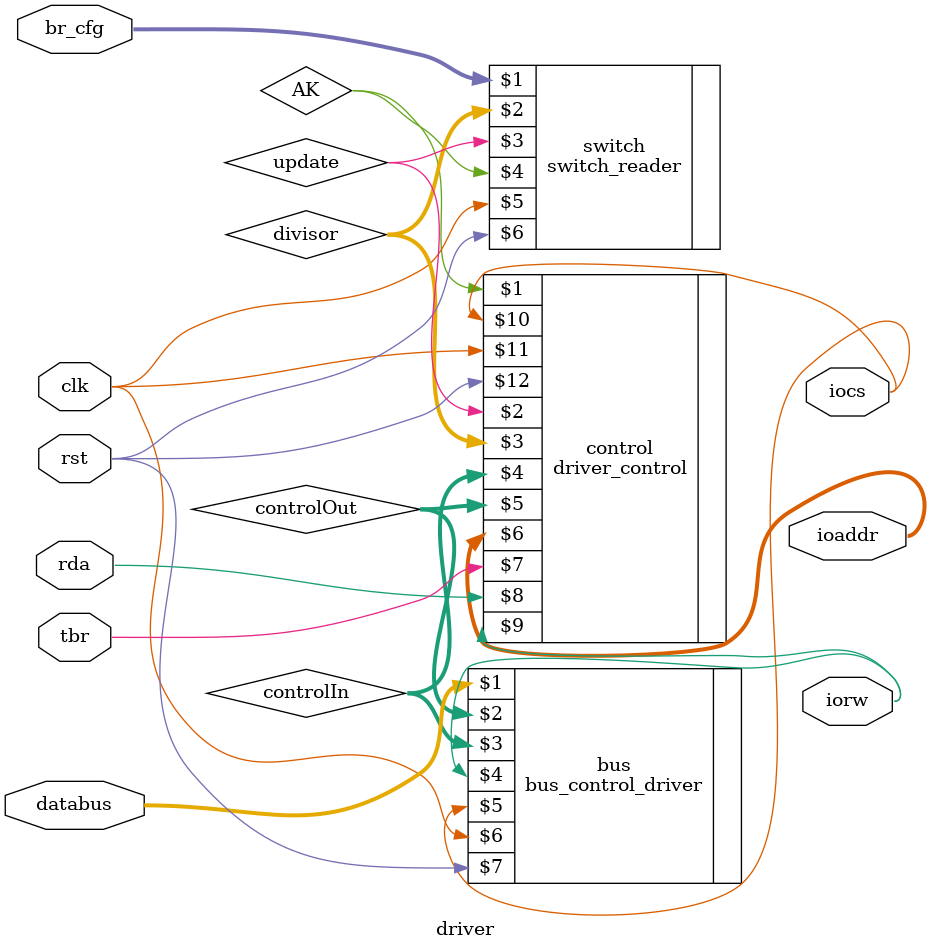
<source format=v>
module driver(
    input clk,
    input rst,
    input [1:0] br_cfg,
    output iocs,
    output iorw,
    input rda,
    input tbr,
    output [1:0] ioaddr,
    inout [7:0] databus
    );

// Wires
wire[15:0] divisor;
wire[7:0] controlIn, controlOut;
wire AK, update;

// Modules
driver_control control(AK, update, divisor, controlIn, controlOut, ioaddr, tbr, rda, iorw, iocs, clk, rst);
bus_control_driver bus(databus, controlOut, controlIn, iorw, iocs, clk, rst);
switch_reader switch(br_cfg, divisor, update, AK, clk, rst);


endmodule

</source>
